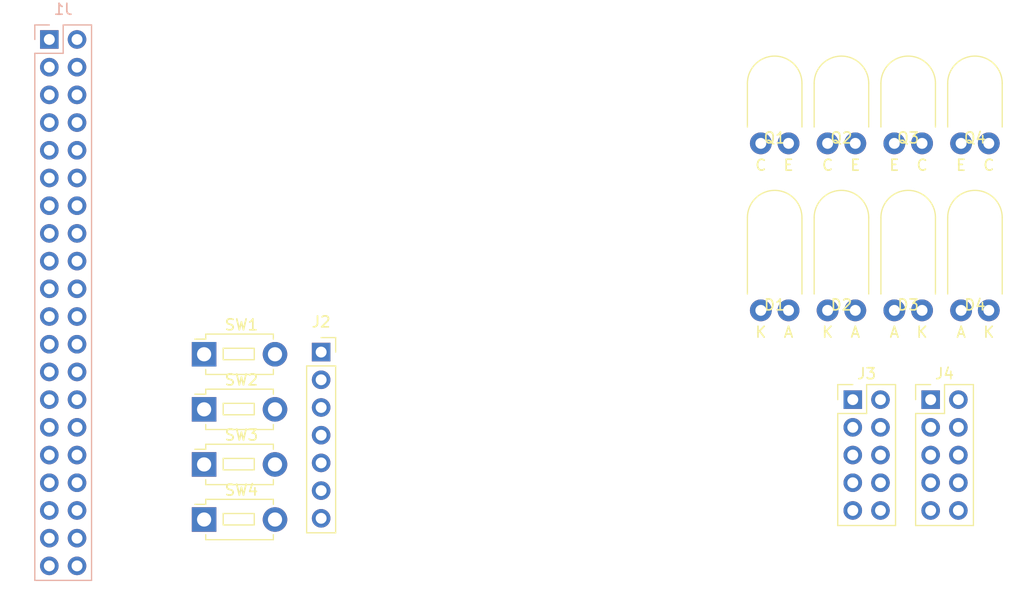
<source format=kicad_pcb>
(kicad_pcb (version 20241229) (generator "pcbnew") (generator_version "9.0")
  (layers (0 "F.Cu" signal) (2 "B.Cu" signal) (13 "F.Paste" user) (15 "B.Paste" user) (5 "F.SilkS" user "F.Silkscreen") (7 "B.SilkS" user "B.Silkscreen") (1 "F.Mask" user) (3 "B.Mask" user) (25 "Edge.Cuts" user))
  (net 0 "")
  (net 1 "/RS_PHTR")
  (net 2 "/SEN_3V3")
  (net 3 "/RF_PHTR")
  (net 4 "/LF_PHTR")
  (net 5 "/LS_PHTR")
  (net 6 "/RS_LED")
  (net 7 "/SEN_5V")
  (net 8 "/RF_LED")
  (net 9 "/LF_LED")
  (net 10 "/LS_LED")
  (net 13 "+3.3V")
  (net 18 "/MOSI")
  (net 29 "GND")
  (net 31 "/RES")
  (net 33 "/SCLK")
  (net 39 "/CS")
  (net 41 "/BTN_DOWN")
  (net 42 "/DC")
  (net 44 "/BTN_RIGHT")
  (net 45 "/BTN_LEFT")
  (net 49 "/BTN_UP")
  (footprint "Connector_PinHeader_2.54mm:PinHeader_2x05_P2.54mm_Vertical" (layer "F.Cu") (at 149.38 71.12)
    (property "Reference" "J4" (at 1.27 -2.38 0) (layer "F.SilkS"))
    (property "Value" "2.54mm PinHeader")
    (fp_line (start -1.38 -1.38) (end 0 -1.38) (stroke (width 0.12)) (layer "F.SilkS"))
    (fp_line (start -1.38 0) (end -1.38 -1.38) (stroke (width 0.12)) (layer "F.SilkS"))
    (fp_line (start -1.38 1.27) (end -1.38 11.54) (stroke (width 0.12)) (layer "F.SilkS"))
    (fp_line (start -1.38 1.27) (end 1.27 1.27) (stroke (width 0.12)) (layer "F.SilkS"))
    (fp_line (start -1.38 11.54) (end 3.92 11.54) (stroke (width 0.12)) (layer "F.SilkS"))
    (fp_line (start 1.27 -1.38) (end 3.92 -1.38) (stroke (width 0.12)) (layer "F.SilkS"))
    (fp_line (start 1.27 1.27) (end 1.27 -1.38) (stroke (width 0.12)) (layer "F.SilkS"))
    (fp_line (start 3.92 -1.38) (end 3.92 11.54) (stroke (width 0.12)) (layer "F.SilkS"))
    (pad "1" thru_hole rect (at 0 0) (size 1.7 1.7) (drill 1) (layers "*.Cu" "*.Mask") (net 1 "/RS_PHTR"))
    (pad "2" thru_hole circle (at 2.54 0) (size 1.7 1.7) (drill 1) (layers "*.Cu" "*.Mask") (net 6 "/RS_LED"))
    (pad "3" thru_hole circle (at 0 2.54) (size 1.7 1.7) (drill 1) (layers "*.Cu" "*.Mask") (net 3 "/RF_PHTR"))
    (pad "4" thru_hole circle (at 2.54 2.54) (size 1.7 1.7) (drill 1) (layers "*.Cu" "*.Mask") (net 8 "/RF_LED"))
    (pad "5" thru_hole circle (at 0 5.08) (size 1.7 1.7) (drill 1) (layers "*.Cu" "*.Mask"))
    (pad "6" thru_hole circle (at 2.54 5.08) (size 1.7 1.7) (drill 1) (layers "*.Cu" "*.Mask"))
    (pad "7" thru_hole circle (at 0 7.62) (size 1.7 1.7) (drill 1) (layers "*.Cu" "*.Mask") (net 7 "/SEN_5V"))
    (pad "8" thru_hole circle (at 2.54 7.62) (size 1.7 1.7) (drill 1) (layers "*.Cu" "*.Mask") (net 7 "/SEN_5V"))
    (pad "9" thru_hole circle (at 0 10.16) (size 1.7 1.7) (drill 1) (layers "*.Cu" "*.Mask") (net 7 "/SEN_5V"))
    (pad "10" thru_hole circle (at 2.54 10.16) (size 1.7 1.7) (drill 1) (layers "*.Cu" "*.Mask") (net 7 "/SEN_5V"))
  )
  (footprint "Button_Switch_THT:SW_PUSH_1P1T_6x3.5mm_H4.3_APEM_MJTP1243" (layer "F.Cu") (at 82.77 72.01)
    (property "Reference" "SW2" (at 3.42 -2.7 0) (layer "F.SilkS"))
    (property "Value" "TVBP06-B043CB-B")
    (fp_line (start 0.15 -1.85) (end 0.15 -1.39) (stroke (width 0.12)) (layer "F.SilkS"))
    (fp_line (start 0.15 -1.39) (end -0.85 -1.39) (stroke (width 0.12)) (layer "F.SilkS"))
    (fp_line (start 0.15 1.39) (end 0.15 1.85) (stroke (width 0.12)) (layer "F.SilkS"))
    (fp_line (start 0.15 1.85) (end 6.35 1.85) (stroke (width 0.12)) (layer "F.SilkS"))
    (fp_line (start 6.35 -1.85) (end 0.15 -1.85) (stroke (width 0.12)) (layer "F.SilkS"))
    (fp_line (start 6.35 -1.85) (end 6.35 -1.39) (stroke (width 0.12)) (layer "F.SilkS"))
    (fp_line (start 6.35 1.39) (end 6.35 1.85) (stroke (width 0.12)) (layer "F.SilkS"))
    (fp_rect (start 1.75 -0.55) (end 4.6 0.5) (stroke (width 0.12)) (fill no) (layer "F.SilkS"))
    (pad "1" thru_hole rect (at 0 0 90) (size 2.25 2.25) (drill 1.3) (layers "*.Cu" "*.Mask") (net 41 "/BTN_DOWN"))
    (pad "2" thru_hole circle (at 6.5 0 90) (size 2.25 2.25) (drill 1.3) (layers "*.Cu" "*.Mask") (net 29 "GND"))
  )
  (footprint "Button_Switch_THT:SW_PUSH_1P1T_6x3.5mm_H4.3_APEM_MJTP1243" (layer "F.Cu") (at 82.77 82.11)
    (property "Reference" "SW4" (at 3.42 -2.7 0) (layer "F.SilkS"))
    (property "Value" "TVBP06-B043CB-B")
    (fp_line (start 0.15 -1.85) (end 0.15 -1.39) (stroke (width 0.12)) (layer "F.SilkS"))
    (fp_line (start 0.15 -1.39) (end -0.85 -1.39) (stroke (width 0.12)) (layer "F.SilkS"))
    (fp_line (start 0.15 1.39) (end 0.15 1.85) (stroke (width 0.12)) (layer "F.SilkS"))
    (fp_line (start 0.15 1.85) (end 6.35 1.85) (stroke (width 0.12)) (layer "F.SilkS"))
    (fp_line (start 6.35 -1.85) (end 0.15 -1.85) (stroke (width 0.12)) (layer "F.SilkS"))
    (fp_line (start 6.35 -1.85) (end 6.35 -1.39) (stroke (width 0.12)) (layer "F.SilkS"))
    (fp_line (start 6.35 1.39) (end 6.35 1.85) (stroke (width 0.12)) (layer "F.SilkS"))
    (fp_rect (start 1.75 -0.55) (end 4.6 0.5) (stroke (width 0.12)) (fill no) (layer "F.SilkS"))
    (pad "1" thru_hole rect (at 0 0 90) (size 2.25 2.25) (drill 1.3) (layers "*.Cu" "*.Mask") (net 44 "/BTN_RIGHT"))
    (pad "2" thru_hole circle (at 6.5 0 90) (size 2.25 2.25) (drill 1.3) (layers "*.Cu" "*.Mask") (net 29 "GND"))
  )
  (footprint "Library:SFH4550" (layer "F.Cu") (at 141.2 62.935)
    (property "Reference" "D2" (at 0 -0.5 0) (layer "F.SilkS"))
    (property "Value" "SFH4550")
    (fp_line (start -2.5 -1.5) (end -2.5 -8.5) (stroke (width 0.12)) (layer "F.SilkS"))
    (fp_line (start 2.5 -8.5) (end 2.5 -1.5) (stroke (width 0.12)) (layer "F.SilkS"))
    (fp_arc (start -2.5 -8.5) (mid 0 -11) (end 2.5 -8.5) (stroke (width 0.12)) (layer "F.SilkS"))
    (fp_text user "A" (at 1.27 2 0) (layer "F.SilkS"))
    (fp_text user "K" (at -1.27 2 0) (layer "F.SilkS"))
    (pad "1" thru_hole circle (at -1.27 0) (size 2 2) (drill 1) (layers "*.Cu" "*.Mask") (net 10 "/LS_LED"))
    (pad "2" thru_hole circle (at 1.27 0) (size 2 2) (drill 1) (layers "*.Cu" "*.Mask") (net 7 "/SEN_5V"))
  )
  (footprint "Library:ST-1KL3A_Mirror" (layer "F.Cu") (at 153.44 50.625)
    (property "Reference" "Q4" (at 0 -3.5 0) (layer "F.SilkS"))
    (property "Value" "ST-1KL3A")
    (fp_line (start -2.5 -4.5) (end -2.5 -8.5) (stroke (width 0.12)) (layer "F.SilkS"))
    (fp_line (start 2.5 -4.5) (end 2.5 -8.5) (stroke (width 0.12)) (layer "F.SilkS"))
    (fp_arc (start -2.5 -8.5) (mid 0 -11) (end 2.5 -8.5) (stroke (width 0.12)) (layer "F.SilkS"))
    (fp_text user "C" (at 1.27 -1 0) (layer "F.SilkS"))
    (fp_text user "E" (at -1.27 -1 0) (layer "F.SilkS"))
    (pad "1" thru_hole circle (at 1.27 -3) (size 2 2) (drill 1) (layers "*.Cu" "*.Mask") (net 3 "/RF_PHTR"))
    (pad "2" thru_hole circle (at -1.27 -3) (size 2 2) (drill 1) (layers "*.Cu" "*.Mask") (net 2 "/SEN_3V3"))
  )
  (footprint "Connector_PinSocket_2.54mm:PinSocket_1x07_P2.54mm_Vertical" (layer "F.Cu") (at 93.5 66.76)
    (property "Reference" "J2" (at 0 -2.77 0) (layer "F.SilkS"))
    (property "Value" "~")
    (fp_line (start -1.33 1.27) (end -1.33 16.57) (stroke (width 0.12)) (layer "F.SilkS"))
    (fp_line (start -1.33 1.27) (end 1.33 1.27) (stroke (width 0.12)) (layer "F.SilkS"))
    (fp_line (start -1.33 16.57) (end 1.33 16.57) (stroke (width 0.12)) (layer "F.SilkS"))
    (fp_line (start 0 -1.33) (end 1.33 -1.33) (stroke (width 0.12)) (layer "F.SilkS"))
    (fp_line (start 1.33 -1.33) (end 1.33 0) (stroke (width 0.12)) (layer "F.SilkS"))
    (fp_line (start 1.33 1.27) (end 1.33 16.57) (stroke (width 0.12)) (layer "F.SilkS"))
    (pad "1" thru_hole rect (at 0 0) (size 1.7 1.7) (drill 1) (layers "*.Cu" "*.Mask") (net 29 "GND"))
    (pad "2" thru_hole circle (at 0 2.54) (size 1.7 1.7) (drill 1) (layers "*.Cu" "*.Mask") (net 13 "+3.3V"))
    (pad "3" thru_hole circle (at 0 5.08) (size 1.7 1.7) (drill 1) (layers "*.Cu" "*.Mask") (net 33 "/SCLK"))
    (pad "4" thru_hole circle (at 0 7.62) (size 1.7 1.7) (drill 1) (layers "*.Cu" "*.Mask") (net 18 "/MOSI"))
    (pad "5" thru_hole circle (at 0 10.16) (size 1.7 1.7) (drill 1) (layers "*.Cu" "*.Mask") (net 31 "/RES"))
    (pad "6" thru_hole circle (at 0 12.7) (size 1.7 1.7) (drill 1) (layers "*.Cu" "*.Mask") (net 42 "/DC"))
    (pad "7" thru_hole circle (at 0 15.24) (size 1.7 1.7) (drill 1) (layers "*.Cu" "*.Mask") (net 39 "/CS"))
  )
  (footprint "Library:ST-1KL3A" (layer "F.Cu") (at 135.08 50.625)
    (property "Reference" "Q1" (at 0 -3.5 0) (layer "F.SilkS"))
    (property "Value" "ST-1KL3A")
    (fp_line (start -2.5 -4.5) (end -2.5 -8.5) (stroke (width 0.12)) (layer "F.SilkS"))
    (fp_line (start 2.5 -4.5) (end 2.5 -8.5) (stroke (width 0.12)) (layer "F.SilkS"))
    (fp_arc (start -2.5 -8.5) (mid 0 -11) (end 2.5 -8.5) (stroke (width 0.12)) (layer "F.SilkS"))
    (fp_text user "E" (at 1.27 -1 0) (layer "F.SilkS"))
    (fp_text user "C" (at -1.27 -1 0) (layer "F.SilkS"))
    (pad "1" thru_hole circle (at -1.27 -3) (size 2 2) (drill 1) (layers "*.Cu" "*.Mask") (net 4 "/LF_PHTR"))
    (pad "2" thru_hole circle (at 1.27 -3) (size 2 2) (drill 1) (layers "*.Cu" "*.Mask") (net 2 "/SEN_3V3"))
  )
  (footprint "Library:ST-1KL3A" (layer "F.Cu") (at 141.2 50.625)
    (property "Reference" "Q2" (at 0 -3.5 0) (layer "F.SilkS"))
    (property "Value" "ST-1KL3A")
    (fp_line (start -2.5 -4.5) (end -2.5 -8.5) (stroke (width 0.12)) (layer "F.SilkS"))
    (fp_line (start 2.5 -4.5) (end 2.5 -8.5) (stroke (width 0.12)) (layer "F.SilkS"))
    (fp_arc (start -2.5 -8.5) (mid 0 -11) (end 2.5 -8.5) (stroke (width 0.12)) (layer "F.SilkS"))
    (fp_text user "C" (at -1.27 -1 0) (layer "F.SilkS"))
    (fp_text user "E" (at 1.27 -1 0) (layer "F.SilkS"))
    (pad "1" thru_hole circle (at -1.27 -3) (size 2 2) (drill 1) (layers "*.Cu" "*.Mask") (net 5 "/LS_PHTR"))
    (pad "2" thru_hole circle (at 1.27 -3) (size 2 2) (drill 1) (layers "*.Cu" "*.Mask") (net 2 "/SEN_3V3"))
  )
  (footprint "Button_Switch_THT:SW_PUSH_1P1T_6x3.5mm_H4.3_APEM_MJTP1243" (layer "F.Cu") (at 82.77 77.06)
    (property "Reference" "SW3" (at 3.42 -2.7 0) (layer "F.SilkS"))
    (property "Value" "TVBP06-B043CB-B")
    (fp_line (start 0.15 -1.85) (end 0.15 -1.39) (stroke (width 0.12)) (layer "F.SilkS"))
    (fp_line (start 0.15 -1.39) (end -0.85 -1.39) (stroke (width 0.12)) (layer "F.SilkS"))
    (fp_line (start 0.15 1.39) (end 0.15 1.85) (stroke (width 0.12)) (layer "F.SilkS"))
    (fp_line (start 0.15 1.85) (end 6.35 1.85) (stroke (width 0.12)) (layer "F.SilkS"))
    (fp_line (start 6.35 -1.85) (end 0.15 -1.85) (stroke (width 0.12)) (layer "F.SilkS"))
    (fp_line (start 6.35 -1.85) (end 6.35 -1.39) (stroke (width 0.12)) (layer "F.SilkS"))
    (fp_line (start 6.35 1.39) (end 6.35 1.85) (stroke (width 0.12)) (layer "F.SilkS"))
    (fp_rect (start 1.75 -0.55) (end 4.6 0.5) (stroke (width 0.12)) (fill no) (layer "F.SilkS"))
    (pad "1" thru_hole rect (at 0 0 90) (size 2.25 2.25) (drill 1.3) (layers "*.Cu" "*.Mask") (net 45 "/BTN_LEFT"))
    (pad "2" thru_hole circle (at 6.5 0 90) (size 2.25 2.25) (drill 1.3) (layers "*.Cu" "*.Mask") (net 29 "GND"))
  )
  (footprint "Library:SFH4550" (layer "F.Cu") (at 135.08 62.935)
    (property "Reference" "D1" (at 0 -0.5 0) (layer "F.SilkS"))
    (property "Value" "SFH4550")
    (fp_line (start -2.5 -1.5) (end -2.5 -8.5) (stroke (width 0.12)) (layer "F.SilkS"))
    (fp_line (start 2.5 -8.5) (end 2.5 -1.5) (stroke (width 0.12)) (layer "F.SilkS"))
    (fp_arc (start -2.5 -8.5) (mid 0 -11) (end 2.5 -8.5) (stroke (width 0.12)) (layer "F.SilkS"))
    (fp_text user "K" (at -1.27 2 0) (layer "F.SilkS"))
    (fp_text user "A" (at 1.27 2 0) (layer "F.SilkS"))
    (pad "1" thru_hole circle (at -1.27 0) (size 2 2) (drill 1) (layers "*.Cu" "*.Mask") (net 9 "/LF_LED"))
    (pad "2" thru_hole circle (at 1.27 0) (size 2 2) (drill 1) (layers "*.Cu" "*.Mask") (net 7 "/SEN_5V"))
  )
  (footprint "Library:ST-1KL3A_Mirror" (layer "F.Cu") (at 147.32 50.625)
    (property "Reference" "Q3" (at 0 -3.5 0) (layer "F.SilkS"))
    (property "Value" "ST-1KL3A")
    (fp_line (start -2.5 -4.5) (end -2.5 -8.5) (stroke (width 0.12)) (layer "F.SilkS"))
    (fp_line (start 2.5 -4.5) (end 2.5 -8.5) (stroke (width 0.12)) (layer "F.SilkS"))
    (fp_arc (start -2.5 -8.5) (mid 0 -11) (end 2.5 -8.5) (stroke (width 0.12)) (layer "F.SilkS"))
    (fp_text user "E" (at -1.27 -1 0) (layer "F.SilkS"))
    (fp_text user "C" (at 1.27 -1 0) (layer "F.SilkS"))
    (pad "1" thru_hole circle (at 1.27 -3) (size 2 2) (drill 1) (layers "*.Cu" "*.Mask") (net 1 "/RS_PHTR"))
    (pad "2" thru_hole circle (at -1.27 -3) (size 2 2) (drill 1) (layers "*.Cu" "*.Mask") (net 2 "/SEN_3V3"))
  )
  (footprint "Library:SFH4550_Mirror" (layer "F.Cu") (at 147.32 62.935)
    (property "Reference" "D3" (at 0 -0.5 0) (layer "F.SilkS"))
    (property "Value" "SFH4550")
    (fp_line (start -2.5 -1.5) (end -2.5 -8.5) (stroke (width 0.12)) (layer "F.SilkS"))
    (fp_line (start 2.5 -8.5) (end 2.5 -1.5) (stroke (width 0.12)) (layer "F.SilkS"))
    (fp_arc (start -2.5 -8.5) (mid 0 -11) (end 2.5 -8.5) (stroke (width 0.12)) (layer "F.SilkS"))
    (fp_text user "K" (at 1.27 2 0) (layer "F.SilkS"))
    (fp_text user "A" (at -1.27 2 0) (layer "F.SilkS"))
    (pad "1" thru_hole circle (at 1.27 0) (size 2 2) (drill 1) (layers "*.Cu" "*.Mask") (net 6 "/RS_LED"))
    (pad "2" thru_hole circle (at -1.27 0) (size 2 2) (drill 1) (layers "*.Cu" "*.Mask") (net 7 "/SEN_5V"))
  )
  (footprint "Connector_PinHeader_2.54mm:PinHeader_2x05_P2.54mm_Vertical" (layer "F.Cu") (at 142.24 71.12)
    (property "Reference" "J3" (at 1.27 -2.38 0) (layer "F.SilkS"))
    (property "Value" "2.54mm PinHeader")
    (fp_line (start -1.38 -1.38) (end 0 -1.38) (stroke (width 0.12)) (layer "F.SilkS"))
    (fp_line (start -1.38 0) (end -1.38 -1.38) (stroke (width 0.12)) (layer "F.SilkS"))
    (fp_line (start -1.38 1.27) (end -1.38 11.54) (stroke (width 0.12)) (layer "F.SilkS"))
    (fp_line (start -1.38 1.27) (end 1.27 1.27) (stroke (width 0.12)) (layer "F.SilkS"))
    (fp_line (start -1.38 11.54) (end 3.92 11.54) (stroke (width 0.12)) (layer "F.SilkS"))
    (fp_line (start 1.27 -1.38) (end 3.92 -1.38) (stroke (width 0.12)) (layer "F.SilkS"))
    (fp_line (start 1.27 1.27) (end 1.27 -1.38) (stroke (width 0.12)) (layer "F.SilkS"))
    (fp_line (start 3.92 -1.38) (end 3.92 11.54) (stroke (width 0.12)) (layer "F.SilkS"))
    (pad "1" thru_hole rect (at 0 0) (size 1.7 1.7) (drill 1) (layers "*.Cu" "*.Mask") (net 10 "/LS_LED"))
    (pad "2" thru_hole circle (at 2.54 0) (size 1.7 1.7) (drill 1) (layers "*.Cu" "*.Mask") (net 5 "/LS_PHTR"))
    (pad "3" thru_hole circle (at 0 2.54) (size 1.7 1.7) (drill 1) (layers "*.Cu" "*.Mask") (net 9 "/LF_LED"))
    (pad "4" thru_hole circle (at 2.54 2.54) (size 1.7 1.7) (drill 1) (layers "*.Cu" "*.Mask") (net 4 "/LF_PHTR"))
    (pad "5" thru_hole circle (at 0 5.08) (size 1.7 1.7) (drill 1) (layers "*.Cu" "*.Mask"))
    (pad "6" thru_hole circle (at 2.54 5.08) (size 1.7 1.7) (drill 1) (layers "*.Cu" "*.Mask"))
    (pad "7" thru_hole circle (at 0 7.62) (size 1.7 1.7) (drill 1) (layers "*.Cu" "*.Mask") (net 2 "/SEN_3V3"))
    (pad "8" thru_hole circle (at 2.54 7.62) (size 1.7 1.7) (drill 1) (layers "*.Cu" "*.Mask") (net 2 "/SEN_3V3"))
    (pad "9" thru_hole circle (at 0 10.16) (size 1.7 1.7) (drill 1) (layers "*.Cu" "*.Mask") (net 2 "/SEN_3V3"))
    (pad "10" thru_hole circle (at 2.54 10.16) (size 1.7 1.7) (drill 1) (layers "*.Cu" "*.Mask") (net 2 "/SEN_3V3"))
  )
  (footprint "Button_Switch_THT:SW_PUSH_1P1T_6x3.5mm_H4.3_APEM_MJTP1243" (layer "F.Cu") (at 82.77 66.96)
    (property "Reference" "SW1" (at 3.42 -2.7 0) (layer "F.SilkS"))
    (property "Value" "TVBP06-B043CB-B")
    (fp_line (start 0.15 -1.85) (end 0.15 -1.39) (stroke (width 0.12)) (layer "F.SilkS"))
    (fp_line (start 0.15 -1.39) (end -0.85 -1.39) (stroke (width 0.12)) (layer "F.SilkS"))
    (fp_line (start 0.15 1.39) (end 0.15 1.85) (stroke (width 0.12)) (layer "F.SilkS"))
    (fp_line (start 0.15 1.85) (end 6.35 1.85) (stroke (width 0.12)) (layer "F.SilkS"))
    (fp_line (start 6.35 -1.85) (end 0.15 -1.85) (stroke (width 0.12)) (layer "F.SilkS"))
    (fp_line (start 6.35 -1.85) (end 6.35 -1.39) (stroke (width 0.12)) (layer "F.SilkS"))
    (fp_line (start 6.35 1.39) (end 6.35 1.85) (stroke (width 0.12)) (layer "F.SilkS"))
    (fp_rect (start 1.75 -0.55) (end 4.6 0.5) (stroke (width 0.12)) (fill no) (layer "F.SilkS"))
    (pad "1" thru_hole rect (at 0 0 90) (size 2.25 2.25) (drill 1.3) (layers "*.Cu" "*.Mask") (net 49 "/BTN_UP"))
    (pad "2" thru_hole circle (at 6.5 0 90) (size 2.25 2.25) (drill 1.3) (layers "*.Cu" "*.Mask") (net 29 "GND"))
  )
  (footprint "Library:SFH4550_Mirror" (layer "F.Cu") (at 153.44 62.935)
    (property "Reference" "D4" (at 0 -0.5 0) (layer "F.SilkS"))
    (property "Value" "SFH4550")
    (fp_line (start -2.5 -1.5) (end -2.5 -8.5) (stroke (width 0.12)) (layer "F.SilkS"))
    (fp_line (start 2.5 -8.5) (end 2.5 -1.5) (stroke (width 0.12)) (layer "F.SilkS"))
    (fp_arc (start -2.5 -8.5) (mid 0 -11) (end 2.5 -8.5) (stroke (width 0.12)) (layer "F.SilkS"))
    (fp_text user "A" (at -1.27 2 0) (layer "F.SilkS"))
    (fp_text user "K" (at 1.27 2 0) (layer "F.SilkS"))
    (pad "1" thru_hole circle (at 1.27 0) (size 2 2) (drill 1) (layers "*.Cu" "*.Mask") (net 8 "/RF_LED"))
    (pad "2" thru_hole circle (at -1.27 0) (size 2 2) (drill 1) (layers "*.Cu" "*.Mask") (net 7 "/SEN_5V"))
  )
  (footprint "Connector_PinSocket_2.54mm:PinSocket_2x20_P2.54mm_Vertical" (layer "B.Cu") (at 68.58 38.1 180)
    (property "Reference" "J1" (at -1.27 2.77 0) (layer "B.SilkS") (effects (justify mirror)))
    (property "Value" "Raspberry_Pi_5")
    (fp_line (start 1.33 1.33) (end 1.33 0) (stroke (width 0.12)) (layer "B.SilkS"))
    (fp_line (start 1.33 -1.27) (end 1.33 -49.59) (stroke (width 0.12)) (layer "B.SilkS"))
    (fp_line (start 0 1.33) (end 1.33 1.33) (stroke (width 0.12)) (layer "B.SilkS"))
    (fp_line (start -1.27 1.33) (end -1.27 -1.27) (stroke (width 0.12)) (layer "B.SilkS"))
    (fp_line (start -1.27 -1.27) (end 1.33 -1.27) (stroke (width 0.12)) (layer "B.SilkS"))
    (fp_line (start -3.87 1.33) (end -1.27 1.33) (stroke (width 0.12)) (layer "B.SilkS"))
    (fp_line (start -3.87 1.33) (end -3.87 -49.59) (stroke (width 0.12)) (layer "B.SilkS"))
    (fp_line (start -3.87 -49.59) (end 1.33 -49.59) (stroke (width 0.12)) (layer "B.SilkS"))
    (pad "1" thru_hole rect (at 0 0 180) (size 1.7 1.7) (drill 1) (layers "*.Cu" "*.Mask") (net 13 "+3.3V"))
    (pad "2" thru_hole circle (at -2.54 0 180) (size 1.7 1.7) (drill 1) (layers "*.Cu" "*.Mask"))
    (pad "3" thru_hole circle (at 0 -2.54 180) (size 1.7 1.7) (drill 1) (layers "*.Cu" "*.Mask"))
    (pad "4" thru_hole circle (at -2.54 -2.54 180) (size 1.7 1.7) (drill 1) (layers "*.Cu" "*.Mask"))
    (pad "5" thru_hole circle (at 0 -5.08 180) (size 1.7 1.7) (drill 1) (layers "*.Cu" "*.Mask"))
    (pad "6" thru_hole circle (at -2.54 -5.08 180) (size 1.7 1.7) (drill 1) (layers "*.Cu" "*.Mask") (net 29 "GND"))
    (pad "7" thru_hole circle (at 0 -7.62 180) (size 1.7 1.7) (drill 1) (layers "*.Cu" "*.Mask"))
    (pad "8" thru_hole circle (at -2.54 -7.62 180) (size 1.7 1.7) (drill 1) (layers "*.Cu" "*.Mask"))
    (pad "9" thru_hole circle (at 0 -10.16 180) (size 1.7 1.7) (drill 1) (layers "*.Cu" "*.Mask"))
    (pad "10" thru_hole circle (at -2.54 -10.16 180) (size 1.7 1.7) (drill 1) (layers "*.Cu" "*.Mask"))
    (pad "11" thru_hole circle (at 0 -12.7 180) (size 1.7 1.7) (drill 1) (layers "*.Cu" "*.Mask"))
    (pad "12" thru_hole circle (at -2.54 -12.7 180) (size 1.7 1.7) (drill 1) (layers "*.Cu" "*.Mask"))
    (pad "13" thru_hole circle (at 0 -15.24 180) (size 1.7 1.7) (drill 1) (layers "*.Cu" "*.Mask"))
    (pad "14" thru_hole circle (at -2.54 -15.24 180) (size 1.7 1.7) (drill 1) (layers "*.Cu" "*.Mask"))
    (pad "15" thru_hole circle (at 0 -17.78 180) (size 1.7 1.7) (drill 1) (layers "*.Cu" "*.Mask"))
    (pad "16" thru_hole circle (at -2.54 -17.78 180) (size 1.7 1.7) (drill 1) (layers "*.Cu" "*.Mask"))
    (pad "17" thru_hole circle (at 0 -20.32 180) (size 1.7 1.7) (drill 1) (layers "*.Cu" "*.Mask"))
    (pad "18" thru_hole circle (at -2.54 -20.32 180) (size 1.7 1.7) (drill 1) (layers "*.Cu" "*.Mask") (net 42 "/DC"))
    (pad "19" thru_hole circle (at 0 -22.86 180) (size 1.7 1.7) (drill 1) (layers "*.Cu" "*.Mask") (net 18 "/MOSI"))
    (pad "20" thru_hole circle (at -2.54 -22.86 180) (size 1.7 1.7) (drill 1) (layers "*.Cu" "*.Mask"))
    (pad "21" thru_hole circle (at 0 -25.4 180) (size 1.7 1.7) (drill 1) (layers "*.Cu" "*.Mask"))
    (pad "22" thru_hole circle (at -2.54 -25.4 180) (size 1.7 1.7) (drill 1) (layers "*.Cu" "*.Mask") (net 31 "/RES"))
    (pad "23" thru_hole circle (at 0 -27.94 180) (size 1.7 1.7) (drill 1) (layers "*.Cu" "*.Mask") (net 33 "/SCLK"))
    (pad "24" thru_hole circle (at -2.54 -27.94 180) (size 1.7 1.7) (drill 1) (layers "*.Cu" "*.Mask") (net 39 "/CS"))
    (pad "25" thru_hole circle (at 0 -30.48 180) (size 1.7 1.7) (drill 1) (layers "*.Cu" "*.Mask"))
    (pad "26" thru_hole circle (at -2.54 -30.48 180) (size 1.7 1.7) (drill 1) (layers "*.Cu" "*.Mask"))
    (pad "27" thru_hole circle (at 0 -33.02 180) (size 1.7 1.7) (drill 1) (layers "*.Cu" "*.Mask"))
    (pad "28" thru_hole circle (at -2.54 -33.02 180) (size 1.7 1.7) (drill 1) (layers "*.Cu" "*.Mask"))
    (pad "29" thru_hole circle (at 0 -35.56 180) (size 1.7 1.7) (drill 1) (layers "*.Cu" "*.Mask"))
    (pad "30" thru_hole circle (at -2.54 -35.56 180) (size 1.7 1.7) (drill 1) (layers "*.Cu" "*.Mask"))
    (pad "31" thru_hole circle (at 0 -38.1 180) (size 1.7 1.7) (drill 1) (layers "*.Cu" "*.Mask"))
    (pad "32" thru_hole circle (at -2.54 -38.1 180) (size 1.7 1.7) (drill 1) (layers "*.Cu" "*.Mask"))
    (pad "33" thru_hole circle (at 0 -40.64 180) (size 1.7 1.7) (drill 1) (layers "*.Cu" "*.Mask"))
    (pad "34" thru_hole circle (at -2.54 -40.64 180) (size 1.7 1.7) (drill 1) (layers "*.Cu" "*.Mask"))
    (pad "35" thru_hole circle (at 0 -43.18 180) (size 1.7 1.7) (drill 1) (layers "*.Cu" "*.Mask") (net 41 "/BTN_DOWN"))
    (pad "36" thru_hole circle (at -2.54 -43.18 180) (size 1.7 1.7) (drill 1) (layers "*.Cu" "*.Mask") (net 44 "/BTN_RIGHT"))
    (pad "37" thru_hole circle (at 0 -45.72 180) (size 1.7 1.7) (drill 1) (layers "*.Cu" "*.Mask") (net 49 "/BTN_UP"))
    (pad "38" thru_hole circle (at -2.54 -45.72 180) (size 1.7 1.7) (drill 1) (layers "*.Cu" "*.Mask") (net 45 "/BTN_LEFT"))
    (pad "39" thru_hole circle (at 0 -48.26 180) (size 1.7 1.7) (drill 1) (layers "*.Cu" "*.Mask"))
    (pad "40" thru_hole circle (at -2.54 -48.26 180) (size 1.7 1.7) (drill 1) (layers "*.Cu" "*.Mask"))
  )
)
</source>
